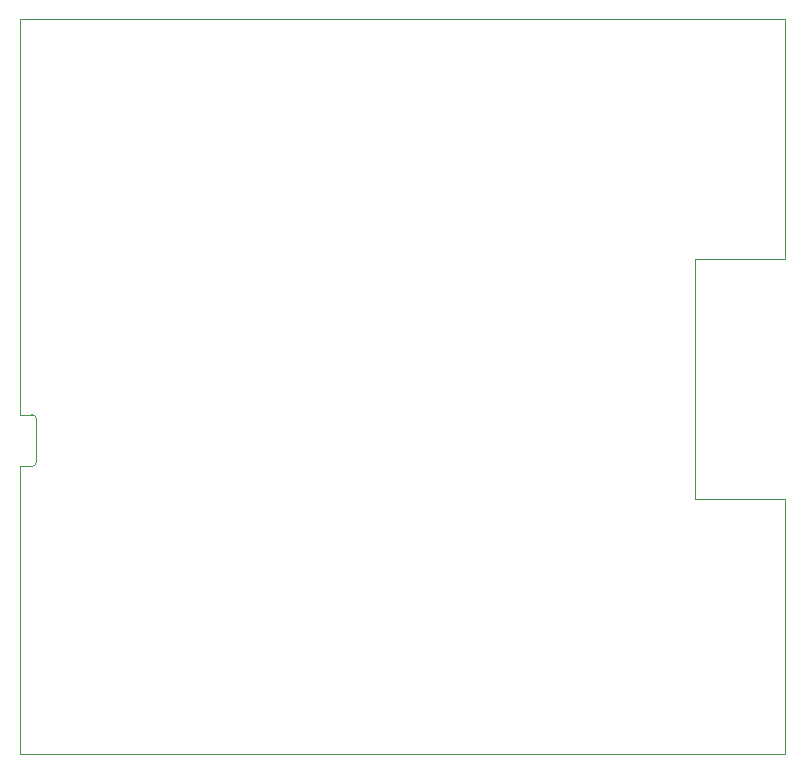
<source format=gm1>
%TF.GenerationSoftware,KiCad,Pcbnew,7.0.8-7.0.8~ubuntu20.04.1*%
%TF.CreationDate,2023-11-01T16:16:35+05:30*%
%TF.ProjectId,WLED_V0.1,574c4544-5f56-4302-9e31-2e6b69636164,rev?*%
%TF.SameCoordinates,Original*%
%TF.FileFunction,Profile,NP*%
%FSLAX46Y46*%
G04 Gerber Fmt 4.6, Leading zero omitted, Abs format (unit mm)*
G04 Created by KiCad (PCBNEW 7.0.8-7.0.8~ubuntu20.04.1) date 2023-11-01 16:16:35*
%MOMM*%
%LPD*%
G01*
G04 APERTURE LIST*
%TA.AperFunction,Profile*%
%ADD10C,0.100000*%
%TD*%
%TA.AperFunction,Profile*%
%ADD11C,0.120000*%
%TD*%
G04 APERTURE END LIST*
D10*
X78443000Y-83303000D02*
X78436000Y-54116000D01*
X135586000Y-93486000D02*
X135586000Y-94756000D01*
X78443000Y-96303000D02*
X78436000Y-116346000D01*
X143206000Y-94756000D02*
X143206000Y-116346000D01*
X143206000Y-54116000D02*
X143206000Y-74436000D01*
X78436000Y-54116000D02*
X143206000Y-54116000D01*
X143206000Y-74436000D02*
X135586000Y-74436000D01*
X135586000Y-74436000D02*
X135586000Y-93486000D01*
X143206000Y-116346000D02*
X78436000Y-116346000D01*
X135586000Y-94756000D02*
X143206000Y-94756000D01*
D11*
%TO.C,J6*%
X79443000Y-87603000D02*
X78443000Y-87603000D01*
X78443000Y-87603000D02*
X78443000Y-83303000D01*
X79843000Y-91603000D02*
X79843000Y-88003000D01*
X79443000Y-92003000D02*
X78443000Y-92003000D01*
X78443000Y-92003000D02*
X78443000Y-96303000D01*
X79843000Y-88003000D02*
G75*
G03*
X79443000Y-87603000I-400002J-2D01*
G01*
X79443000Y-92003000D02*
G75*
G03*
X79843000Y-91603000I0J400000D01*
G01*
%TD*%
M02*

</source>
